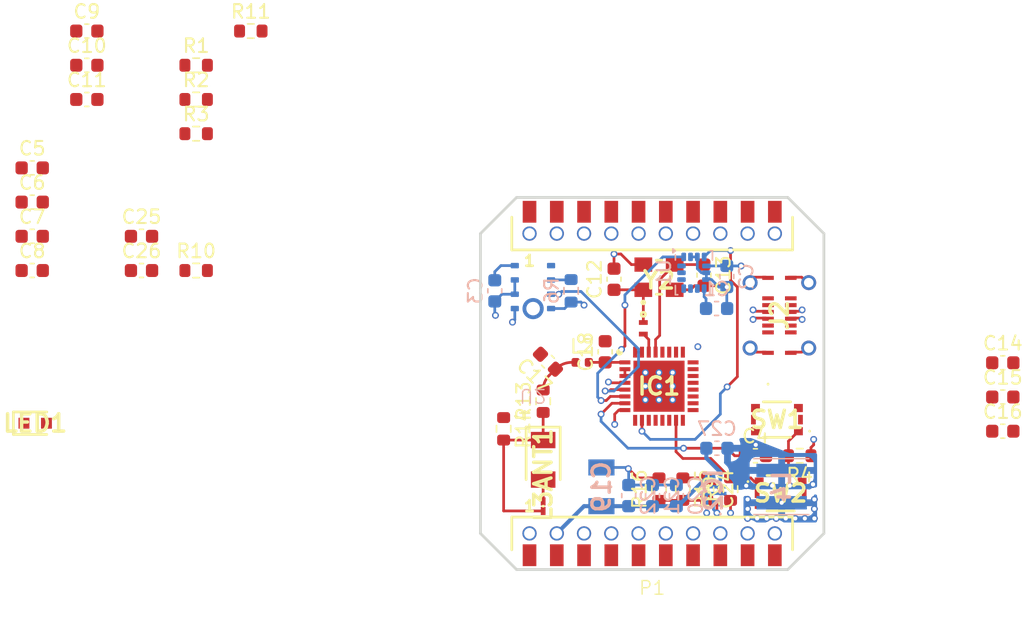
<source format=kicad_pcb>
(kicad_pcb (version 20241229) (generator "pcbnew") (generator_version "9.0")
  (layers (0 "F.Cu" signal) (4 "In1.Cu" power) (6 "In2.Cu" power) (2 "B.Cu" signal) (13 "F.Paste" user) (15 "B.Paste" user) (5 "F.SilkS" user "F.Silkscreen") (7 "B.SilkS" user "B.Silkscreen") (1 "F.Mask" user) (3 "B.Mask" user) (25 "Edge.Cuts" user))
  (net 0 "")
  (net 1 "Net-(ANT1-NC)")
  (net 2 "Net-(ANT1-FEED)")
  (net 3 "-BATT")
  (net 4 "/BOOT")
  (net 5 "+3V3")
  (net 6 "/RESET")
  (net 8 "/xtal_1")
  (net 9 "/xtal_2")
  (net 10 "Net-(C17-Pad1)")
  (net 11 "/antenna")
  (net 12 "+BATT")
  (net 13 "Net-(IC2-FB)")
  (net 14 "Net-(IC2-SW)")
  (net 15 "Net-(IC2-BST)")
  (net 16 "/USB_D-")
  (net 18 "/USB_D+")
  (net 19 "/SDA")
  (net 20 "/CS")
  (net 21 "/SCK")
  (net 22 "/int1")
  (net 24 "Net-(IC1-XTAL_P)")
  (net 27 "/SCL")
  (net 28 "Net-(IC1-GPIO8)")
  (net 30 "/DO")
  (net 33 "/WS")
  (net 34 "/SD")
  (net 56 "Net-(LED1-A)")
  (net 60 "GND")
  (net 63 "Net-(J2-CC1)")
  (net 66 "Net-(J2-CC2)")
  (footprint "435151014824:435151014824" (layer "F.Cu") (at 141.154232 74.15 180)
    (property "Reference" "SW1")
    (property "Value" "SW_Push" (hide yes))
  )
  (footprint "Capacitor_SMD:C_0603_1608Metric" (layer "F.Cu") (at 86.51 55.68)
    (property "Reference" "C5")
    (property "Value" "10n")
  )
  (footprint "2450AT18E0100E:ANTC3216X130N" (layer "F.Cu") (at 124 77.1 -90)
    (property "Reference" "ANT1")
    (property "Value" "2450AT18E0100E" (hide yes))
  )
  (footprint "Capacitor_SMD:C_0603_1608Metric" (layer "F.Cu") (at 128.55 69.175 90)
    (property "Reference" "C18")
    (property "Value" "TBD")
  )
  (footprint "Resistor_SMD:R_0603_1608Metric" (layer "F.Cu") (at 142.825 76.8 180)
    (property "Reference" "R4")
    (property "Value" "10k")
  )
  (footprint "Capacitor_SMD:C_0603_1608Metric" (layer "F.Cu") (at 157.725 75)
    (property "Reference" "C16")
    (property "Value" "22u")
  )
  (footprint "Capacitor_SMD:C_0603_1608Metric" (layer "F.Cu") (at 124.351992 69.901992 135)
    (property "Reference" "C17")
    (property "Value" "TBD")
  )
  (footprint "Resistor_SMD:R_0603_1608Metric" (layer "F.Cu") (at 121.1 74.825 -90)
    (property "Reference" "R14")
    (property "Value" "0R")
  )
  (footprint "Resistor_SMD:R_0603_1608Metric" (layer "F.Cu") (at 137.75 79.25 90)
    (property "Reference" "R9")
    (property "Value" "10k")
  )
  (footprint "MHQ0402PSA1N2CT000:INDC0402X26N" (layer "F.Cu") (at 124 80.5 -90)
    (property "Reference" "L3")
    (property "Value" "1n2" (hide yes))
  )
  (footprint "ABM8-40.000MHZ-B2-T:ABM810000MHZ12D2W" (layer "F.Cu") (at 132.5 63.7)
    (property "Reference" "Y2")
    (property "Value" "ABM8-40.000MHZ-B2-T" (hide yes))
  )
  (footprint "drone_connector:drone_connector" (layer "F.Cu") (at 132.5 71.7)
    (property "Reference" "P1")
    (property "Value" "CF_EXP")
  )
  (footprint "Capacitor_SMD:C_0603_1608Metric" (layer "F.Cu") (at 139.575 76.8)
    (property "Reference" "C4")
    (property "Value" "100n")
  )
  (footprint "Capacitor_SMD:C_0603_1608Metric" (layer "F.Cu") (at 129.2 63.85 90)
    (property "Reference" "C12")
    (property "Value" "TBD")
  )
  (footprint "Resistor_SMD:R_0603_1608Metric" (layer "F.Cu") (at 102.55 45.64)
    (property "Reference" "R11")
    (property "Value" "10k")
  )
  (footprint "MHQ1005P24NGTD25:MHQ1005" (layer "F.Cu") (at 131.35 67.45 -90)
    (property "Reference" "R5" (hide yes))
    (property "Value" "24nH" (hide yes))
  )
  (footprint "Capacitor_SMD:C_0603_1608Metric" (layer "F.Cu") (at 94.53 60.7)
    (property "Reference" "C25")
    (property "Value" "4x 22u")
  )
  (footprint "APT1608LSECK_J3-PRB:APT1608CGCK" (layer "F.Cu") (at 86.73 74.415)
    (property "Reference" "LED1")
    (property "Value" "APT1608LSECK_J3-PRV" (hide yes))
  )
  (footprint "Resistor_SMD:R_0603_1608Metric" (layer "F.Cu") (at 132.5 79.25 90)
    (property "Reference" "R16")
    (property "Value" "20k")
  )
  (footprint "Capacitor_SMD:C_0603_1608Metric" (layer "F.Cu") (at 136 79.25 -90)
    (property "Reference" "C24")
    (property "Value" "33p")
  )
  (footprint "connector_usb_c:2193200001" (layer "F.Cu") (at 141.335 66.5 90)
    (property "Reference" "J2")
    (property "Value" "219320-0001" (hide yes))
  )
  (footprint "Capacitor_SMD:C_0603_1608Metric" (layer "F.Cu") (at 94.53 63.21)
    (property "Reference" "C26")
    (property "Value" "100n")
  )
  (footprint "Resistor_SMD:R_0603_1608Metric" (layer "F.Cu") (at 124 72.8 90)
    (property "Reference" "R13")
    (property "Value" "0R")
  )
  (footprint "Capacitor_SMD:C_0603_1608Metric" (layer "F.Cu") (at 90.52 45.64)
    (property "Reference" "C9")
    (property "Value" "100n")
  )
  (footprint "Inductor_SMD:L_0402_1005Metric" (layer "F.Cu") (at 126.865 69.95)
    (property "Reference" "L2")
    (property "Value" "TBD")
  )
  (footprint "Capacitor_SMD:C_0603_1608Metric" (layer "F.Cu") (at 157.725 69.98)
    (property "Reference" "C14")
    (property "Value" "22u")
  )
  (footprint "Capacitor_SMD:C_0603_1608Metric" (layer "F.Cu") (at 86.51 58.19)
    (property "Reference" "C6")
    (property "Value" "1u")
  )
  (footprint "Capacitor_SMD:C_0603_1608Metric" (layer "F.Cu") (at 135.8 63.55 -90)
    (property "Reference" "C13")
    (property "Value" "TBD")
  )
  (footprint "Capacitor_SMD:C_0603_1608Metric" (layer "F.Cu") (at 90.52 50.66)
    (property "Reference" "C11")
    (property "Value" "1u")
  )
  (footprint "Resistor_SMD:R_0603_1608Metric" (layer "F.Cu") (at 98.54 53.17)
    (property "Reference" "R3")
    (property "Value" "5k1")
  )
  (footprint "435151014824:435151014824" (layer "F.Cu") (at 141.425 79.55)
    (property "Reference" "SW2")
    (property "Value" "SW_Push" (hide yes))
  )
  (footprint "Resistor_SMD:R_0603_1608Metric" (layer "F.Cu") (at 98.54 48.15)
    (property "Reference" "R1")
    (property "Value" "10k")
  )
  (footprint "Resistor_SMD:R_0603_1608Metric" (layer "F.Cu") (at 98.54 63.21)
    (property "Reference" "R10")
    (property "Value" "10k")
  )
  (footprint "Capacitor_SMD:C_0603_1608Metric" (layer "F.Cu") (at 86.51 63.21)
    (property "Reference" "C8")
    (property "Value" "100n")
  )
  (footprint "Capacitor_SMD:C_0603_1608Metric" (layer "F.Cu") (at 90.52 48.15)
    (property "Reference" "C10")
    (property "Value" "10u")
  )
  (footprint "ESP32-C3FH4:QFN50P500X500X90-33N-D" (layer "F.Cu") (at 132.5 71.7)
    (property "Reference" "IC1")
    (property "Value" "ESP32-C3FH4" (hide yes))
  )
  (footprint "Resistor_SMD:R_0603_1608Metric" (layer "F.Cu") (at 134.25 79.25 -90)
    (property "Reference" "R15")
    (property "Value" "90k9")
  )
  (footprint "Capacitor_SMD:C_0603_1608Metric" (layer "F.Cu") (at 86.51 60.7)
    (property "Reference" "C7")
    (property "Value" "100n")
  )
  (footprint "Capacitor_SMD:C_0603_1608Metric" (layer "F.Cu") (at 157.725 72.49)
    (property "Reference" "C15")
    (property "Value" "22u")
  )
  (footprint "Resistor_SMD:R_0603_1608Metric" (layer "F.Cu") (at 98.54 50.66)
    (property "Reference" "R2")
    (property "Value" "5k1")
  )
  (footprint "Capacitor_SMD:C_0603_1608Metric" (layer "B.Cu") (at 136.75 76.25 180)
    (property "Reference" "C27")
    (property "Value" "100n")
  )
  (footprint "Capacitor_SMD:C_0603_1608Metric" (layer "B.Cu") (at 136.725 66 180)
    (property "Reference" "C1")
    (property "Value" "100n")
  )
  (footprint "Capacitor_SMD:C_0603_1608Metric" (layer "B.Cu") (at 132.025 79.725 90)
    (property "Reference" "C21")
    (property "Value" "1u")
  )
  (footprint "TPSnew:TPS566238RQFR" (layer "B.Cu") (at 136.5 79.325 90)
    (property "Reference" "IC2")
    (property "Value" "TPS566238RQFR" (hide yes))
  )
  (footprint "cap_47u:CAPC3216X229N" (layer "B.Cu") (at 128.275 79.08 90)
    (property "Reference" "C19")
    (property "Value" "47u" (hide yes))
  )
  (footprint "Capacitor_SMD:C_0603_1608Metric" (layer "B.Cu") (at 133.775 79.725 90)
    (property "Reference" "C20")
    (property "Value" "10n")
  )
  (footprint "Capacitor_SMD:C_0603_1608Metric" (layer "B.Cu") (at 120.45 64.7 -90)
    (property "Reference" "C3")
    (property "Value" "100n")
  )
  (footprint "INMP441:INMP441" (layer "B.Cu") (at 123.25 64.4)
    (property "Reference" "U2")
    (property "Value" "INMP441")
  )
  (footprint "Resistor_SMD:R_0603_1608Metric" (layer "B.Cu") (at 126.05 64.7 -90)
    (property "Reference" "R6")
    (property "Value" "100k")
  )
  (footprint "Capacitor_SMD:C_0603_1608Metric" (layer "B.Cu") (at 130.275 79.725 90)
    (property "Reference" "C22")
    (property "Value" "100n")
  )
  (footprint "74438357015:74438357015" (layer "B.Cu") (at 141.5 79.065 -90)
    (property "Reference" "L4")
    (property "Value" "1.5u" (hide yes))
  )
  (footprint "Package_LGA:LGA-14_3x2.5mm_P0.5mm_LayoutBorder3x4y" (layer "B.Cu") (at 135.0625 63.375 -90)
    (property "Reference" "U1")
    (property "Value" "LSM6DS3")
  )
  (footprint "Capacitor_SMD:C_0603_1608Metric" (layer "B.Cu") (at 137.475 63.65 90)
    (property "Reference" "C2")
    (property "Value" "100n")
  )
  (gr_line (start 119.4 60.5) (end 119.4 82.5) (stroke (width 0.2)) (layer "Edge.Cuts"))
  (gr_line (start 119.4 82.5) (end 122.05 85.15) (stroke (width 0.2)) (layer "Edge.Cuts"))
  (gr_line (start 141.95 57.85) (end 122.05 57.85) (stroke (width 0.2)) (layer "Edge.Cuts"))
  (gr_line (start 141.95 57.85) (end 144.6 60.5) (stroke (width 0.2)) (layer "Edge.Cuts"))
  (gr_line (start 141.95 85.15) (end 122.05 85.15) (stroke (width 0.2)) (layer "Edge.Cuts"))
  (gr_line (start 141.95 85.15) (end 144.6 82.5) (stroke (width 0.2)) (layer "Edge.Cuts"))
  (gr_line (start 144.6 60.5) (end 144.6 82.5) (stroke (width 0.2)) (layer "Edge.Cuts"))
  (gr_line (start 119.4 60.5) (end 122.05 57.85) (stroke (width 0.2)) (layer "Edge.Cuts"))
  (segment (start 124 80.15) (end 124 78.55) (width 0.2) (layer "F.Cu") (net 1))
  (segment (start 124 80.85) (end 121.1 80.85) (width 0.2) (layer "F.Cu") (net 2))
  (segment (start 121.1 80.85) (end 121.1 75.65) (width 0.2) (layer "F.Cu") (net 2))
  (segment (start 121.1 75.65) (end 124 75.65) (width 0.2) (layer "F.Cu") (net 2))
  (segment (start 124 75.65) (end 124 73.625) (width 0.2) (layer "F.Cu") (net 2))
  (segment (start 139.5 78.7) (end 139.85 78.7) (width 0.2) (layer "F.Cu") (net 4))
  (segment (start 139.225 78.425) (end 139.5 78.7) (width 0.2) (layer "F.Cu") (net 4))
  (segment (start 137.725 78.425) (end 136.3 77) (width 0.2) (layer "F.Cu") (net 4))
  (segment (start 136.3 77) (end 134.25 77) (width 0.2) (layer "F.Cu") (net 4))
  (segment (start 134.25 77) (end 133.75 76.5) (width 0.2) (layer "F.Cu") (net 4))
  (segment (start 133.75 76.5) (end 133.75 74.2) (width 0.2) (layer "F.Cu") (net 4))
  (segment (start 137.75 78.425) (end 137.725 78.425) (width 0.2) (layer "F.Cu") (net 4))
  (segment (start 137.75 78.425) (end 139.225 78.425) (width 0.2) (layer "F.Cu") (net 4))
  (segment (start 130 70.45) (end 130 70.95) (width 0.2) (layer "F.Cu") (net 5))
  (segment (start 143.85 76) (end 143.65 76.2) (width 0.2) (layer "F.Cu") (net 5))
  (segment (start 134.25 78.425) (end 135.95 78.425) (width 0.2) (layer "F.Cu") (net 5))
  (segment (start 136.15 78.475) (end 137.75 80.075) (width 0.2) (layer "F.Cu") (net 5))
  (segment (start 131.25 69.2) (end 130.75 69.2) (width 0.2) (layer "F.Cu") (net 5))
  (segment (start 143.85 75.6) (end 143.85 76) (width 0.2) (layer "F.Cu") (net 5))
  (segment (start 135.95 78.425) (end 136 78.475) (width 0.2) (layer "F.Cu") (net 5))
  (segment (start 143.65 76.2) (end 143.65 76.8) (width 0.2) (layer "F.Cu") (net 5))
  (segment (start 136 78.475) (end 136.15 78.475) (width 0.2) (layer "F.Cu") (net 5))
  (segment (start 137.75 81) (end 137.75 80.075) (width 0.2) (layer "F.Cu") (net 5))
  (via (at 140.4 81.4) (size 0.5) (drill 0.3) (layers "F.Cu" "B.Cu") (net 5))
  (via (at 142.5 81.4) (size 0.5) (drill 0.3) (layers "F.Cu" "B.Cu") (net 5))
  (via (at 139 80) (size 0.5) (drill 0.3) (layers "F.Cu" "B.Cu") (net 5))
  (via (at 143.9 80.7) (size 0.5) (drill 0.3) (layers "F.Cu" "B.Cu") (net 5))
  (via (at 141.1 81.4) (size 0.5) (drill 0.3) (layers "F.Cu" "B.Cu") (net 5))
  (via (at 120.5 66.5) (size 0.5) (drill 0.3) (layers "F.Cu" "B.Cu") (net 5))
  (via (at 138.525 62.875) (size 0.5) (drill 0.3) (layers "F.Cu" "B.Cu") (net 5))
  (via (at 143.85 75.6) (size 0.5) (drill 0.3) (layers "F.Cu" "B.Cu") (net 5))
  (via (at 141.8 81.4) (size 0.5) (drill 0.3) (layers "F.Cu" "B.Cu") (net 5))
  (via (at 139 80.7) (size 0.5) (drill 0.3) (layers "F.Cu" "B.Cu") (net 5))
  (via (at 143.9 81.4) (size 0.5) (drill 0.3) (layers "F.Cu" "B.Cu") (net 5))
  (via (at 141.5 80.25) (size 0.5) (drill 0.3) (layers "F.Cu" "B.Cu") (net 5))
  (via (at 143.9 80) (size 0.5) (drill 0.3) (layers "F.Cu" "B.Cu") (net 5))
  (via (at 139.7 81.4) (size 0.5) (drill 0.3) (layers "F.Cu" "B.Cu") (net 5))
  (via (at 137.75 81) (size 0.5) (drill 0.3) (layers "F.Cu" "B.Cu") (net 5))
  (via (at 143.2 81.4) (size 0.5) (drill 0.3) (layers "F.Cu" "B.Cu") (net 5))
  (via (at 135.35 68.8) (size 0.5) (drill 0.3) (layers "F.Cu" "B.Cu") (net 5))
  (via (at 139 81.4) (size 0.5) (drill 0.3) (layers "F.Cu" "B.Cu") (net 5))
  (segment (start 120.45 65.475) (end 120.45 66.45) (width 0.2) (layer "B.Cu") (net 5))
  (segment (start 120.45 65.475) (end 120.375 65.475) (width 0.2) (layer "B.Cu") (net 5))
  (segment (start 120.975 64.95) (end 120.45 65.475) (width 0.2) (layer "B.Cu") (net 5))
  (segment (start 137.475 62.875) (end 135.975 62.875) (width 0.2) (layer "B.Cu") (net 5))
  (segment (start 135.8125 65.1375) (end 135.95 65.275) (width 0.2) (layer "B.Cu") (net 5))
  (segment (start 138.525 62.875) (end 137.475 62.875) (width 0.2) (layer "B.Cu") (net 5))
  (segment (start 135.95 65.275) (end 135.95 66) (width 0.2) (layer "B.Cu") (net 5))
  (segment (start 120.45 66.45) (end 120.5 66.5) (width 0.2) (layer "B.Cu") (net 5))
  (segment (start 121.92 64.95) (end 120.975 64.95) (width 0.2) (layer "B.Cu") (net 5))
  (segment (start 135.8125 64.5375) (end 135.8125 65.1375) (width 0.2) (layer "B.Cu") (net 5))
  (segment (start 121.92 63.9) (end 121.92 64.95) (width 0.2) (layer "B.Cu") (net 5))
  (segment (start 138.8 77.55) (end 138.8 76.8) (width 0.2) (layer "F.Cu") (net 6))
  (segment (start 129.05 72.95) (end 128.25 73.75) (width 0.2) (layer "F.Cu") (net 6))
  (segment (start 141.75 77.75) (end 139 77.75) (width 0.2) (layer "F.Cu") (net 6))
  (segment (start 138.05 76.8) (end 138.8 76.8) (width 0.2) (layer "F.Cu") (net 6))
  (segment (start 142 76.8) (end 142 77.5) (width 0.2) (layer "F.Cu") (net 6))
  (segment (start 137.5 76.25) (end 138.05 76.8) (width 0.2) (layer "F.Cu") (net 6))
  (segment (start 130 72.95) (end 129.05 72.95) (width 0.2) (layer "F.Cu") (net 6))
  (segment (start 139 77.75) (end 138.8 77.55) (width 0.2) (layer "F.Cu") (net 6))
  (segment (start 142 77.5) (end 141.75 77.75) (width 0.2) (layer "F.Cu") (net 6))
  (segment (start 142 76.8) (end 142 75.729232) (width 0.2) (layer "F.Cu") (net 6))
  (segment (start 134.3 76.25) (end 137.5 76.25) (width 0.2) (layer "F.Cu") (net 6))
  (segment (start 142 75.729232) (end 142.729232 75) (width 0.2) (layer "F.Cu") (net 6))
  (via (at 134.3 76.25) (size 0.5) (drill 0.3) (layers "F.Cu" "B.Cu") (net 6))
  (via (at 128.25 73.75) (size 0.5) (drill 0.3) (layers "F.Cu" "B.Cu") (net 6))
  (segment (start 130.220768 76.25) (end 128.25 74.279232) (width 0.2) (layer "B.Cu") (net 6))
  (segment (start 128.25 74.279232) (end 128.25 73.75) (width 0.2) (layer "B.Cu") (net 6))
  (segment (start 134.3 76.25) (end 130.220768 76.25) (width 0.2) (layer "B.Cu") (net 6))
  (segment (start 131.35 67.025) (end 131.35 64.625) (width 0.2) (layer "F.Cu") (net 8))
  (segment (start 131.35 64.625) (end 129.2 64.625) (width 0.2) (layer "F.Cu") (net 8))
  (segment (start 132.25 69.2) (end 132.25 68.275) (width 0.2) (layer "F.Cu") (net 9))
  (segment (start 132.25 68.275) (end 132.55 67.975) (width 0.2) (layer "F.Cu") (net 9))
  (segment (start 132.55 63.875) (end 133.65 62.775) (width 0.2) (layer "F.Cu") (net 9))
  (segment (start 132.55 67.975) (end 132.55 63.875) (width 0.2) (layer "F.Cu") (net 9))
  (segment (start 133.65 62.775) (end 135.8 62.775) (width 0.2) (layer "F.Cu") (net 9))
  (segment (start 124.9 70.45) (end 124.441942 70.908058) (width 0.2) (layer "F.Cu") (net 10))
  (segment (start 126.38 69.95) (end 126.107107 69.95) (width 0.2) (layer "F.Cu") (net 10))
  (arc (start 126.107107 69.95) (mid 125.453825 70.079945) (end 124.9 70.45) (width 0.2) (layer "F.Cu") (net 10))
  (arc (start 124.441942 70.908058) (mid 124.114857 71.397575) (end 124 71.975) (width 0.2) (layer "F.Cu") (net 10))
  (segment (start 130 69.95) (end 128.55 69.95) (width 0.2) (layer "F.Cu") (net 11))
  (segment (start 127.35 69.95) (end 128.55 69.95) (width 0.2) (layer "F.Cu") (net 11))
  (segment (start 127 80.5) (end 128.275 80.5) (width 0.3) (layer "B.Cu") (net 12))
  (segment (start 133.9 80.5) (end 136 78.4) (width 0.3) (layer "B.Cu") (net 12))
  (segment (start 136 78.4) (end 136.5 78.4) (width 0.3) (layer "B.Cu") (net 12))
  (segment (start 132.025 80.5) (end 133.775 80.5) (width 0.3) (layer "B.Cu") (net 12))
  (segment (start 125 82.5) (end 127 80.5) (width 0.3) (layer "B.Cu") (net 12))
  (segment (start 128.275 80.5) (end 130.275 80.5) (width 0.3) (layer "B.Cu") (net 12))
  (segment (start 133.775 80.5) (end 133.9 80.5) (width 0.3) (layer "B.Cu") (net 12))
  (segment (start 130.275 80.5) (end 132.025 80.5) (width 0.3) (layer "B.Cu") (net 12))
  (segment (start 132.5 80.075) (end 134.25 80.075) (width 0.2) (layer "F.Cu") (net 13))
  (segment (start 135.95 80.075) (end 136 80.025) (width 0.2) (layer "F.Cu") (net 13))
  (segment (start 136.75 80.25) (end 136.75 81) (width 0.2) (layer "F.Cu") (net 13))
  (segment (start 134.25 80.075) (end 135.95 80.075) (width 0.2) (layer "F.Cu") (net 13))
  (segment (start 136.525 80.025) (end 136.75 80.25) (width 0.2) (layer "F.Cu") (net 13))
  (segment (start 136 80.025) (end 136.525 80.025) (width 0.2) (layer "F.Cu") (net 13))
  (via (at 136.75 81) (size 0.5) (drill 0.3) (layers "F.Cu" "B.Cu") (net 13))
  (segment (start 136.5 80.75) (end 136.5 80.25) (width 0.2) (layer "B.Cu") (net 13))
  (segment (start 136.75 81) (end 136.5 80.75) (width 0.2) (layer "B.Cu") (net 13))
  (via (at 140.8 79) (size 0.5) (drill 0.3) (layers "F.Cu" "B.Cu") (net 14))
  (via (at 138.9 79) (size 0.5) (drill 0.3) (layers "F.Cu" "B.Cu") (net 14))
  (via (at 143.8 78.9) (size 0.5) (drill 0.3) (layers "F.Cu" "B.Cu") (net 14))
  (via (at 139.6 76) (size 0.5) (drill 0.3) (layers "F.Cu" "B.Cu") (net 14))
  (via (at 142.1 79) (size 0.5) (drill 0.3) (layers "F.Cu" "B.Cu") (net 14))
  (via (at 143.8 78.9) (size 0.5) (drill 0.3) (layers "F.Cu" "B.Cu") (net 14))
  (segment (start 135.975 76.975) (end 135.975 76.25) (width 0.3) (layer "B.Cu") (net 15))
  (segment (start 137 78.4) (end 137 78) (width 0.3) (layer "B.Cu") (net 15))
  (segment (start 137 78) (end 135.975 76.975) (width 0.3) (layer "B.Cu") (net 15))
  (segment (start 142.9 66.7) (end 143 66.8) (width 0.2) (layer "F.Cu") (net 16))
  (segment (start 140.33 66.2) (end 139.5 66.2) (width 0.2) (layer "F.Cu") (net 16))
  (segment (start 139.5 66.2) (end 139.4 66.1) (width 0.2) (layer "F.Cu") (net 16))
  (segment (start 142 66.7) (end 142.9 66.7) (width 0.2) (layer "F.Cu") (net 16))
  (via (at 139.4 66.1) (size 0.5) (drill 0.3) (layers "F.Cu" "B.Cu") (net 16))
  (via (at 143 66.8) (size 0.5) (drill 0.3) (layers "F.Cu" "B.Cu") (net 16))
  (segment (start 142 66.2) (end 142.9 66.2) (width 0.2) (layer "F.Cu") (net 18))
  (segment (start 140.33 66.7) (end 139.5 66.7) (width 0.2) (layer "F.Cu") (net 18))
  (segment (start 142.9 66.2) (end 143 66.1) (width 0.2) (layer "F.Cu") (net 18))
  (segment (start 139.5 66.7) (end 139.4 66.8) (width 0.2) (layer "F.Cu") (net 18))
  (via (at 143 66.1) (size 0.5) (drill 0.3) (layers "F.Cu" "B.Cu") (net 18))
  (via (at 139.4 66.8) (size 0.5) (drill 0.3) (layers "F.Cu" "B.Cu") (net 18))
  (segment (start 128.847842 71.45) (end 130 71.45) (width 0.2) (layer "F.Cu") (net 21))
  (segment (start 128.789457 71.391615) (end 128.847842 71.45) (width 0.2) (layer "F.Cu") (net 21))
  (via (at 128.789457 71.391615) (size 0.5) (drill 0.3) (layers "F.Cu" "B.Cu") (net 21))
  (segment (start 137.5 71.75) (end 138.25 71) (width 0.2) (layer "F.Cu") (net 22))
  (segment (start 138.25 71) (end 138.25 64.420768) (width 0.2) (layer "F.Cu") (net 22))
  (segment (start 138.25 64.420768) (end 137.75 63.920768) (width 0.2) (layer "F.Cu") (net 22))
  (segment (start 137.75 63.920768) (end 137.75 61.75) (width 0.2) (layer "F.Cu") (net 22))
  (segment (start 131.25 75) (end 131.25 74.2) (width 0.2) (layer "F.Cu") (net 22))
  (via (at 131.25 75) (size 0.5) (drill 0.3) (layers "F.Cu" "B.Cu") (net 22))
  (via (at 137.75 61.75) (size 0.5) (drill 0.3) (layers "F.Cu" "B.Cu") (net 22))
  (via (at 137.5 71.75) (size 0.5) (drill 0.3) (layers "F.Cu" "B.Cu") (net 22))
  (segment (start 137 72.25) (end 137 73.75) (width 0.2) (layer "B.Cu") (net 22))
  (segment (start 137 73.75) (end 135.151 75.599) (width 0.2) (layer "B.Cu") (net 22))
  (segment (start 136.275 61.75) (end 137.75 61.75) (width 0.2) (layer "B.Cu") (net 22))
  (segment (start 135.151 75.599) (end 131.849 75.599) (width 0.2) (layer "B.Cu") (net 22))
  (segment (start 131.849 75.599) (end 131.25 75) (width 0.2) (layer "B.Cu") (net 22))
  (segment (start 137.5 71.75) (end 137 72.25) (width 0.2) (layer "B.Cu") (net 22))
  (segment (start 135.8125 62.2125) (end 136.275 61.75) (width 0.2) (layer "B.Cu") (net 22))
  (segment (start 131.75 68.275) (end 131.75 69.2) (width 0.2) (layer "F.Cu") (net 24))
  (segment (start 131.35 67.875) (end 131.75 68.275) (width 0.2) (layer "F.Cu") (net 24))
  (segment (start 128.25 72.75) (end 128.628619 72.75) (width 0.2) (layer "F.Cu") (net 30))
  (segment (start 130 68.75) (end 130 65.75) (width 0.2) (layer "F.Cu") (net 30))
  (segment (start 128.928619 72.45) (end 130 72.45) (width 0.2) (layer "F.Cu") (net 30))
  (segment (start 129.75 69) (end 130 68.75) (width 0.2) (layer "F.Cu") (net 30))
  (segment (start 128.628619 72.75) (end 128.928619 72.45) (width 0.2) (layer "F.Cu") (net 30))
  (via (at 128.25 72.75) (size 0.5) (drill 0.3) (layers "F.Cu" "B.Cu") (net 30))
  (via (at 130 65.75) (size 0.5) (drill 0.3) (layers "F.Cu" "B.Cu") (net 30))
  (via (at 129.75 69) (size 0.5) (drill 0.3) (layers "F.Cu" "B.Cu") (net 30))
  (segment (start 128 70.75) (end 129.75 69) (width 0.2) (layer "B.Cu") (net 30))
  (segment (start 130 65.75) (end 130 65) (width 0.2) (layer "B.Cu") (net 30))
  (segment (start 132.7875 62.2125) (end 134.3125 62.2125) (width 0.2) (layer "B.Cu") (net 30))
  (segment (start 128.25 72.75) (end 128 72.5) (width 0.2) (layer "B.Cu") (net 30))
  (segment (start 130 65) (end 132.7875 62.2125) (width 0.2) (layer "B.Cu") (net 30))
  (segment (start 128 72.5) (end 128 70.75) (width 0.2) (layer "B.Cu") (net 30))
  (segment (start 128.862392 72.04761) (end 128.960002 71.95) (width 0.2) (layer "F.Cu") (net 33))
  (segment (start 128.55 72.049387) (end 128.551777 72.04761) (width 0.2) (layer "F.Cu") (net 33))
  (segment (start 128.960002 71.95) (end 130 71.95) (width 0.2) (layer "F.Cu") (net 33))
  (segment (start 128.551777 72.04761) (end 128.862392 72.04761) (width 0.2) (layer "F.Cu") (net 33))
  (via (at 125.15 64.95) (size 0.5) (drill 0.3) (layers "F.Cu" "B.Cu") (net 33))
  (via (at 128.55 72.049387) (size 0.5) (drill 0.3) (layers "F.Cu" "B.Cu") (net 33))
  (segment (start 124.58 64.95) (end 125.15 64.95) (width 0.2) (layer "B.Cu") (net 33))
  (segment (start 125.35 64.75) (end 126.779232 64.75) (width 0.2) (layer "B.Cu") (net 33))
  (segment (start 129.200613 72.049387) (end 128.55 72.049387) (width 0.2) (layer "B.Cu") (net 33))
  (segment (start 126.779232 64.75) (end 131 68.970768) (width 0.2) (layer "B.Cu") (net 33))
  (segment (start 125.15 64.95) (end 125.35 64.75) (width 0.2) (layer "B.Cu") (net 33))
  (segment (start 131 70.25) (end 129.200613 72.049387) (width 0.2) (layer "B.Cu") (net 33))
  (segment (start 131 68.970768) (end 131 70.25) (width 0.2) (layer "B.Cu") (net 33))
  (segment (start 129.25 74.5) (end 129.25 73.75) (width 0.2) (layer "F.Cu") (net 34))
  (segment (start 129.25 73.75) (end 129.55 73.45) (width 0.2) (layer "F.Cu") (net 34))
  (segment (start 129.55 73.45) (end 130 73.45) (width 0.2) (layer "F.Cu") (net 34))
  (via (at 129.25 74.5) (size 0.5) (drill 0.3) (layers "F.Cu" "B.Cu") (net 34))
  (segment (start 124.58 63.9) (end 126.025 63.9) (width 0.2) (layer "B.Cu") (net 34))
  (segment (start 142.965 69.2) (end 143.315 68.85) (width 0.2) (layer "F.Cu") (net 60))
  (segment (start 129.7 62) (end 129.2 62) (width 0.2) (layer "F.Cu") (net 60))
  (segment (start 135.1125 64.325) (end 135.8 64.325) (width 0.2) (layer "F.Cu") (net 60))
  (segment (start 139.365 63.7) (end 139.015 64.05) (width 0.2) (layer "F.Cu") (net 60))
  (segment (start 135.8 64.325) (end 137.375 64.325) (width 0.2) (layer "F.Cu") (net 60))
  (segment (start 137.375 64.325) (end 137.475 64.425) (width 0.2) (layer "F.Cu") (net 60))
  (segment (start 140.33 69.2) (end 139.365 69.2) (width 0.2) (layer "F.Cu") (net 60))
  (segment (start 130.925 78.425) (end 130.25 77.75) (width 0.2) (layer "F.Cu") (net 60))
  (segment (start 133.65 64.625) (end 134.8125 64.625) (width 0.2) (layer "F.Cu") (net 60))
  (segment (start 142 63.7) (end 142.965 63.7) (width 0.2) (layer "F.Cu") (net 60))
  (segment (start 139.365 69.2) (end 139.015 68.85) (width 0.2) (layer "F.Cu") (net 60))
  (segment (start 131.35 62.775) (end 130.475 62.775) (width 0.2) (layer "F.Cu") (net 60))
  (segment (start 140.33 63.7) (end 139.365 63.7) (width 0.2) (layer "F.Cu") (net 60))
  (segment (start 129.2 63.075) (end 129.2 62) (width 0.2) (layer "F.Cu") (net 60))
  (segment (start 142.965 63.7) (end 143.315 64.05) (width 0.2) (layer "F.Cu") (net 60))
  (segment (start 142 69.2) (end 142.965 69.2) (width 0.2) (layer "F.Cu") (net 60))
  (segment (start 130.475 62.775) (end 129.7 62) (width 0.2) (layer "F.Cu") (net 60))
  (segment (start 134.8125 64.625) (end 135.1125 64.325) (width 0.2) (layer "F.Cu") (net 60))
  (segment (start 132.5 78.425) (end 130.925 78.425) (width 0.2) (layer "F.Cu") (net 60))
  (via (at 130.25 77.75) (size 0.5) (drill 0.3) (layers "F.Cu" "B.Cu") (net 60))
  (via (at 132.5 70.7) (size 0.5) (drill 0.3) (layers "F.Cu" "B.Cu") (net 60))
  (via (at 121.75 67) (size 0.5) (drill 0.3) (layers "F.Cu" "B.Cu") (net 60))
  (via (at 133.5 70.7) (size 0.5) (drill 0.3) (layers "F.Cu" "B.Cu") (net 60))
  (via (at 129.2 62) (size 0.5) (drill 0.3) (layers "F.Cu" "B.Cu") (net 60))
  (via (at 137.475 64.425) (size 0.5) (drill 0.3) (layers "F.Cu" "B.Cu") (net 60))
  (via (at 133.5 71.7) (size 0.5) (drill 0.3) (layers "F.Cu" "B.Cu") (net 60))
  (via (at 131.5 70.7) (size 0.5) (drill 0.3) (layers "F.Cu" "B.Cu") (net 60))
  (via (at 131.5 72.7) (size 0.5) (drill 0.3) (layers "F.Cu" "B.Cu") (net 60))
  (via (at 127 65.75) (size 0.5) (drill 0.3) (layers "F.Cu" "B.Cu") (net 60))
  (via (at 132.5 72.7) (size 0.5) (drill 0.3) (layers "F.Cu" "B.Cu") (net 60))
  (via (at 131.5 71.7) (size 0.5) (drill 0.3) (layers "F.Cu" "B.Cu") (net 60))
  (via (at 133.5 72.7) (size 0.5) (drill 0.3) (layers "F.Cu" "B.Cu") (net 60))
  (via (at 136 81) (size 0.5) (drill 0.3) (layers "F.Cu" "B.Cu") (net 60))
  (via (at 132.5 71.7) (size 0.5) (drill 0.3) (layers "F.Cu" "B.Cu") (net 60))
  (segment (start 126.775 65.525) (end 127 65.75) (width 0.2) (layer "B.Cu") (net 60))
  (segment (start 136 80.25) (end 136 79.625) (width 0.2) (layer "B.Cu") (net 60))
  (segment (start 136.05 79.575) (end 137.175 79.575) (width 0.2) (layer "B.Cu") (net 60))
  (segment (start 136 80.25) (end 136 81) (width 0.2) (layer "B.Cu") (net 60))
  (segment (start 120.45 63.3) (end 120.45 63.925) (width 0.2) (layer "B.Cu") (net 60))
  (segment (start 135.610652 63.375) (end 135.3125 63.076848) (width 0.2) (layer "B.Cu") (net 60))
  (segment (start 135.975 63.875) (end 135.975 63.375) (width 0.2) (layer "B.Cu") (net 60))
  (segment (start 137.475 65.975) (end 137.5 66) (width 0.2) (layer "B.Cu") (net 60))
  (segment (start 130.275 78.95) (end 132.025 78.95) (width 0.2) (layer "B.Cu") (net 60))
  (segment (start 137.475 64.425) (end 137.475 65.975) (width 0.2) (layer "B.Cu") (net 60))
  (segment (start 126.05 65.525) (end 126.775 65.525) (width 0.2) (layer "B.Cu") (net 60))
  (segment (start 136.9 64.425) (end 137.475 64.425) (width 0.2) (layer "B.Cu") (net 60))
  (segment (start 135.975 63.375) (end 135.610652 63.375) (width 0.2) (layer "B.Cu") (net 60))
  (segment (start 121.92 66.83) (end 121.75 67) (width 0.2) (layer "B.Cu") (net 60))
  (segment (start 130.275 78.95) (end 130.275 77.775) (width 0.2) (layer "B.Cu") (net 60))
  (segment (start 128.275 77.66) (end 130.16 77.66) (width 0.2) (layer "B.Cu") (net 60))
  (segment (start 136.35 63.875) (end 136.9 64.425) (width 0.2) (layer "B.Cu") (net 60))
  (segment (start 130.275 77.775) (end 130.25 77.75) (width 0.2) (layer "B.Cu") (net 60))
  (segment (start 135.3125 62.2125) (end 134.8125 62.2125) (width 0.2) (layer "B.Cu") (net 60))
  (segment (start 120.9 62.85) (end 120.45 63.3) (width 0.2) (layer "B.Cu") (net 60))
  (segment (start 125.575 66) (end 126.05 65.525) (width 0.2) (layer "B.Cu") (net 60))
  (segment (start 121.92 62.85) (end 120.9 62.85) (width 0.2) (layer "B.Cu") (net 60))
  (segment (start 124.58 66) (end 125.575 66) (width 0.2) (layer "B.Cu") (net 60))
  (segment (start 121.92 66) (end 121.92 66.83) (width 0.2) (layer "B.Cu") (net 60))
  (segment (start 136 79.625) (end 136.05 79.575) (width 0.2) (layer "B.Cu") (net 60))
  (segment (start 132.025 78.95) (end 133.775 78.95) (width 0.2) (layer "B.Cu") (net 60))
  (segment (start 130.16 77.66) (end 130.25 77.75) (width 0.2) (layer "B.Cu") (net 60))
  (segment (start 135.975 63.875) (end 136.35 63.875) (width 0.2) (layer "B.Cu") (net 60))
  (segment (start 135.3125 63.076848) (end 135.3125 62.2125) (width 0.2) (layer "B.Cu") (net 60))
  (zone (net 14) (net_name "Net-(IC2-SW)") (layer "B.Cu") (priority 1) (connect_pads (clearance 0.5)) (min_thickness 0.25) (fill yes (thermal_gap 0.5) (thermal_bridge_width 0.5))
    (polygon (pts (xy 144.1 76.6) (xy 142.054526 76.6) (xy 139.254526 75.5) (xy 136.8 75.5) (xy 136.8 77) (xy 137.5 77.8) (xy 137.5 78.8) (xy 136.1 78.8) (xy 136.1 79.3) (xy 144.1 79.3)))
  )
  (zone (net 5) (net_name "+3V3") (layer "B.Cu") (priority 2) (connect_pads (clearance 0.5)) (min_thickness 0.25) (fill yes (thermal_gap 0.5) (thermal_bridge_width 0.5))
    (polygon (pts (xy 138.7 79.6) (xy 138.7 81.7) (xy 144.4 81.7) (xy 144.4 79.6)))
  )
)
</source>
